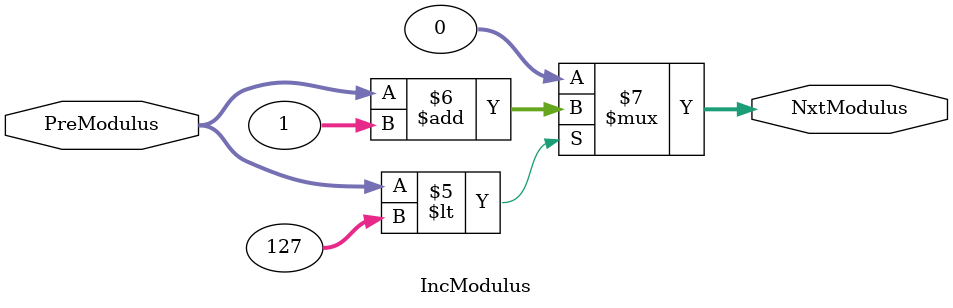
<source format=v>
`timescale 1ns / 1ps
module IncModulus(
	input [DATA_INDEX_WIDTH-1:0] PreModulus,
	output [DATA_INDEX_WIDTH-1:0] NxtModulus
    );
	 
//Define parameter//
parameter LENGTH_ARRAY = 100;
parameter NUM_PROCESSOR = 3;
parameter DATA_INDEX_WIDTH = 32;
parameter BIT_ON_TAILS = 7;

localparam integer NUM_STATE_WIDTH_BIT = log2(NUM_STATE);
localparam integer LENGTH_ARRAY_WIDTH_BIT = log2(LENGTH_ARRAY);
localparam integer LENGTH_HASH_ARRAY = 1 << BIT_ON_TAILS;
localparam integer LENGTH_HASH_ARRAY_WIDTH_BIT = log2((1 << BIT_ON_TAILS + 1));
localparam integer MASK = (1 << BIT_ON_TAILS) - 1;
localparam integer NUM_STATE = 6;

function [31:0] log2;
	input [31:0] value;
	integer l;
	begin
		log2 = 0;
		for (l = 0; (1<<l) < value; l = l + 1)
			log2 = l+1;
	end
endfunction

assign NxtModulus = (PreModulus < (LENGTH_HASH_ARRAY-1)) ? PreModulus + 1 : 0;

endmodule

</source>
